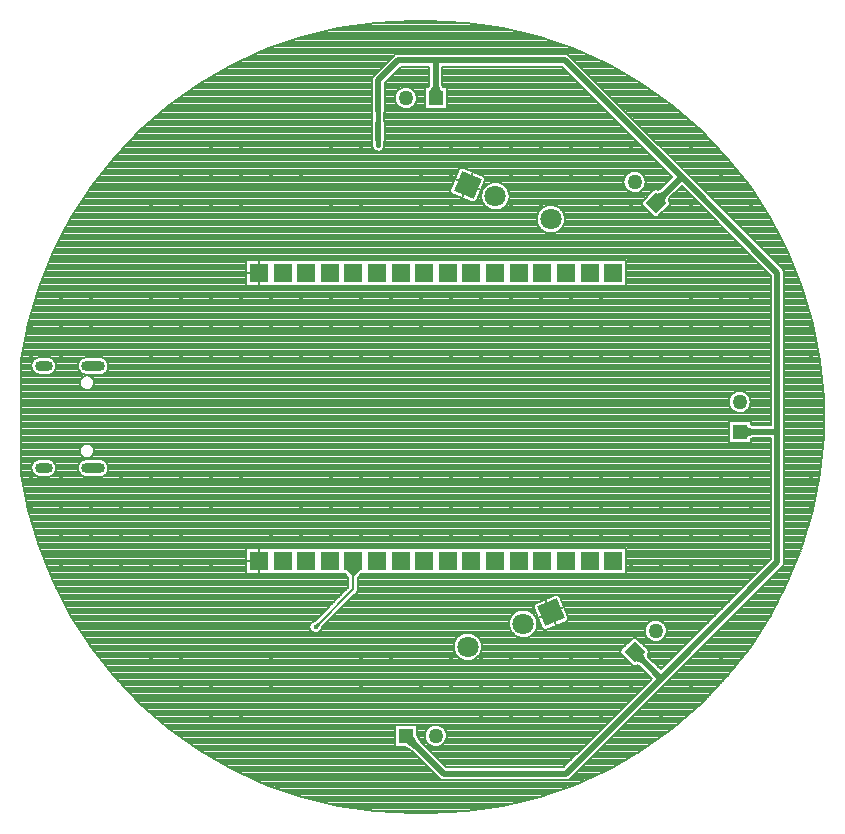
<source format=gbr>
G04 DipTrace 4.2.0.1*
G04 2 - Bottom.gbr*
%MOIN*%
G04 #@! TF.FileFunction,Copper,L2,Bot*
G04 #@! TF.Part,Single*
%AMOUTLINE6*
4,1,4,
0.035355,0.0,
0.0,-0.035355,
-0.035355,0.0,
0.0,0.035355,
0.035355,0.0,
0*%
%AMOUTLINE9*
4,1,4,
0.0,-0.035355,
-0.035355,0.0,
0.0,0.035355,
0.035355,0.0,
0.0,-0.035355,
0*%
%AMOUTLINE12*
4,1,4,
-0.019177,0.046295,
0.046295,0.019177,
0.019177,-0.046295,
-0.046295,-0.019177,
-0.019177,0.046295,
0*%
%AMOUTLINE15*
4,1,4,
0.046296,-0.019176,
-0.019176,-0.046296,
-0.046296,0.019176,
0.019176,0.046296,
0.046296,-0.019176,
0*%
G04 #@! TA.AperFunction,Conductor*
%ADD15C,0.019685*%
G04 #@! TA.AperFunction,CopperBalancing*
%ADD17C,0.007874*%
G04 #@! TA.AperFunction,ViaPad*
%ADD18C,0.017717*%
G04 #@! TA.AperFunction,ComponentPad*
%ADD21C,0.05*%
%ADD22R,0.05X0.05*%
%ADD26O,0.07874X0.035433*%
%ADD27O,0.059055X0.035433*%
%ADD32R,0.062992X0.062992*%
%ADD33C,0.070866*%
%ADD81OUTLINE6*%
%ADD84OUTLINE9*%
%ADD87OUTLINE12*%
%ADD90OUTLINE15*%
%FSLAX26Y26*%
G04*
G70*
G90*
G75*
G01*
G04 Bottom*
%LPD*%
G36*
X1733606Y638143D2*
X1705211Y655710D1*
X1703444Y657478D1*
X1728192Y682226D1*
X1729959Y680458D1*
X1747526Y652063D1*
X1733606Y638143D1*
G37*
X1613227Y2743702D2*
D18*
Y2762403D1*
D15*
Y2865749D1*
X1680156Y2932678D1*
X1804959D1*
X2235274D1*
X2624308Y2543644D1*
X2943936Y2224017D1*
Y1693702D1*
Y1259450D1*
X2555719Y871234D1*
X2239211Y554726D1*
X1830944D1*
X1704959Y680710D1*
G36*
X2488461Y924572D2*
X2472797Y930121D1*
X2471066Y931925D1*
X2495661Y956521D1*
X2497391Y954717D1*
X2502381Y938492D1*
X2488461Y924572D1*
G37*
X2467636Y960316D2*
D15*
Y959316D1*
X2555719Y871234D1*
G36*
X2857951Y1683860D2*
X2842951Y1676202D1*
X2840451D1*
Y1711202D1*
X2842951D1*
X2857951Y1703545D1*
Y1683860D1*
G37*
X2817951Y1693702D2*
D15*
X2943936D1*
G36*
X2572938Y2478354D2*
X2568037Y2462043D1*
X2566318Y2460227D1*
X2541719Y2484827D1*
X2543437Y2486643D1*
X2559018Y2492274D1*
X2572938Y2478354D1*
G37*
X2538345Y2456379D2*
D15*
Y2457681D1*
X2624308Y2543644D1*
G36*
X1814802Y2846694D2*
X1822459Y2831694D1*
Y2829194D1*
X1787459D1*
Y2831694D1*
X1795117Y2846694D1*
X1814802D1*
G37*
X1804959Y2806694D2*
D15*
Y2932678D1*
X1613227Y2649214D2*
D18*
Y2667915D1*
D15*
Y2725001D1*
D18*
Y2743702D1*
G36*
X1526022Y1212993D2*
X1508916Y1231891D1*
X1508955Y1235041D1*
X1551937D1*
X1551896Y1231891D1*
X1533896Y1212993D1*
X1526022D1*
G37*
G36*
X1417765Y1050940D2*
X1413818Y1043791D1*
X1411591Y1041563D1*
X1402820Y1050333D1*
X1405049Y1052560D1*
X1412197Y1056508D1*
X1417765Y1050940D1*
G37*
X1404959Y1043702D2*
D17*
X1529959Y1168702D1*
Y1262797D1*
X1530550Y1263387D1*
D18*
X1404959Y1043702D3*
X1613227Y2743702D3*
Y2727954D3*
Y2712206D3*
Y2696458D3*
Y2680710D3*
Y2664962D3*
Y2649214D3*
X454959Y1843702D3*
X554959D3*
Y1743702D3*
X454959D3*
Y1643702D3*
X554959D3*
X454959Y1943702D3*
X554959D3*
X454959Y2043702D3*
X554959D3*
X654959D3*
Y2143702D3*
X554959D3*
Y2243702D3*
X654959D3*
Y2343702D3*
X854959Y2443702D3*
X954959Y2543702D3*
X1054959Y2643702D3*
X1154959D3*
X1054959Y2543702D3*
X954959Y2443702D3*
X1054959D3*
X1154959Y2543702D3*
Y2443702D3*
Y2343702D3*
X1054959D3*
X954959D3*
X854959D3*
Y2243702D3*
X954959D3*
X1054959D3*
X1154959D3*
Y2143702D3*
X1054959D3*
X954959D3*
X854959D3*
Y2043702D3*
X954959D3*
Y1943702D3*
X854959D3*
X1054959D3*
Y1843702D3*
X954959D3*
X854959D3*
Y1743702D3*
X954959D3*
X1054959D3*
Y1643702D3*
X954959D3*
X854959D3*
Y1543702D3*
X954959D3*
X1054959D3*
Y1443702D3*
X954959D3*
X854959D3*
X754959D3*
Y1543702D3*
X654959Y1443702D3*
X1254959Y1143702D3*
X554959Y1543702D3*
Y1443702D3*
X454959D3*
Y1543702D3*
X554959Y1343702D3*
Y1243702D3*
X654959D3*
X754959D3*
Y1343702D3*
X654959D3*
Y1143702D3*
X754959D3*
X854959D3*
Y1243702D3*
Y1343702D3*
X954959D3*
Y1243702D3*
Y1143702D3*
Y1043702D3*
X854959D3*
X754959D3*
X854959Y943702D3*
X954959D3*
Y843702D3*
X1054959D3*
Y743702D3*
X1154959D3*
Y643702D3*
X1254959D3*
Y543702D3*
X1354959D3*
Y643702D3*
X1454959Y543702D3*
Y643702D3*
X1554959D3*
Y543702D3*
Y443702D3*
X1654959D3*
Y543702D3*
X1754959Y443702D3*
Y543702D3*
X1854959Y443702D3*
X1954959D3*
Y643702D3*
X2054959D3*
X2154959D3*
X2254959D3*
X2454959D3*
X2554959Y743702D3*
X2354959D3*
X2254959D3*
X2154959D3*
Y843702D3*
X2254959D3*
X2354959D3*
X2454959D3*
X2354959Y943702D3*
X2254959D3*
X2154959D3*
X2054959Y843702D3*
X1954959D3*
X1854959D3*
Y943702D3*
X1954959D3*
Y1043702D3*
X1854959D3*
X1754959D3*
X1654959Y943702D3*
X1554959Y843702D3*
Y943702D3*
Y1043702D3*
X1654959D3*
Y1143702D3*
X1754959D3*
X1854959D3*
X1954959D3*
X2254959D3*
X2354959D3*
X2254959Y1043702D3*
X2354959D3*
X2054959Y943702D3*
Y743702D3*
X1954959D3*
X2654959Y843702D3*
X2754959Y943702D3*
X2854959Y1043702D3*
X2454959Y1143702D3*
X2554959D3*
X2454959Y1043702D3*
X2654959Y1143702D3*
Y1043702D3*
X2754959Y1143702D3*
X2854959Y1243702D3*
X2754959D3*
X2654959D3*
X2554959D3*
X2454959D3*
X2854959Y1343702D3*
X2754959D3*
X2654959D3*
X2554959D3*
X2454959D3*
X2354959D3*
X2254959D3*
X2154959D3*
X2054959D3*
X1954959D3*
X1854959D3*
X1754959D3*
X1654959D3*
X1554959D3*
X1454959D3*
X1354959D3*
X1254959D3*
X1354959Y1443702D3*
X1454959D3*
Y1543702D3*
X1554959Y1443702D3*
Y1543702D3*
Y1643702D3*
X1654959D3*
Y1543702D3*
Y1443702D3*
X1754959D3*
Y1543702D3*
Y1643702D3*
X1854959D3*
Y1543702D3*
Y1443702D3*
X1954959D3*
Y1543702D3*
Y1643702D3*
X2054959D3*
Y1543702D3*
Y1443702D3*
X2154959D3*
Y1543702D3*
Y1643702D3*
X2254959D3*
Y1543702D3*
Y1443702D3*
X2354959D3*
Y1543702D3*
Y1643702D3*
X2454959D3*
Y1543702D3*
Y1443702D3*
X2554959D3*
Y1543702D3*
Y1643702D3*
X2654959D3*
Y1543702D3*
Y1443702D3*
X2754959D3*
Y1543702D3*
X2854959D3*
Y1443702D3*
X2754959Y1643702D3*
X2854959D3*
Y1843702D3*
X2654959D3*
X2754959D3*
X2654959Y1743702D3*
X2754959D3*
X2554959D3*
Y1843702D3*
X2454959D3*
Y1743702D3*
X2354959D3*
Y1843702D3*
X2254959D3*
Y1743702D3*
X2154959D3*
Y1843702D3*
X2054959D3*
Y1743702D3*
X1954959D3*
Y1843702D3*
X1854959D3*
Y1743702D3*
X1754959D3*
X1654959D3*
X1754959Y1843702D3*
X1854959Y1943702D3*
X1954959D3*
Y2043702D3*
X2054959D3*
Y1943702D3*
X2154959D3*
Y2043702D3*
X2254959D3*
Y1943702D3*
X2354959D3*
Y2043702D3*
X2454959D3*
Y1943702D3*
X2554959D3*
Y2043702D3*
X2654959Y1943702D3*
Y2043702D3*
X2754959Y1943702D3*
X2854959D3*
Y2043702D3*
X2754959D3*
X2654959Y2143702D3*
X2854959D3*
X2754959D3*
X2854959Y2243702D3*
X2754959D3*
X2654959D3*
X2554959D3*
X2654959Y2343702D3*
X2554959D3*
X2754959D3*
X3054959Y2043702D3*
Y1943702D3*
Y1843702D3*
Y1743702D3*
Y1643702D3*
Y1543702D3*
Y1443702D3*
X2754959Y2543702D3*
X2854959Y2443702D3*
X2654959Y2643702D3*
X2554959Y2743702D3*
X2454959Y2643702D3*
X2354959D3*
Y2543702D3*
Y2443702D3*
X2454959D3*
X2654959D3*
X2454959Y2343702D3*
X2254959Y2543702D3*
X2154959D3*
Y2443702D3*
X2054959D3*
Y2543702D3*
Y2643702D3*
X2154959D3*
X2254959D3*
Y2743702D3*
X2354959D3*
X2254959Y2843702D3*
X2154959D3*
Y2743702D3*
X2054959D3*
Y2843702D3*
X1954959D3*
Y2743702D3*
Y2643702D3*
X1854959D3*
Y2543702D3*
Y2743702D3*
Y2843702D3*
X1754959Y2743702D3*
Y2643702D3*
Y2543702D3*
Y2443702D3*
X1854959D3*
Y2343702D3*
X1754959D3*
X1954959D3*
X2054959D3*
X2154959D3*
X1454959D3*
X1554959D3*
X1354959D3*
X1454959Y2443702D3*
X1554959D3*
Y2643702D3*
X1454959D3*
Y2743702D3*
X1554959D3*
Y2843702D3*
X1454959D3*
X1254959Y2543702D3*
X1354959D3*
X1254959Y2843702D3*
X1354959D3*
X1054959Y2043702D3*
X1154959D3*
X1254959D3*
X1154959Y1843702D3*
Y1943702D3*
X1254959D3*
Y1843702D3*
X1154959Y1743702D3*
X1254959D3*
Y1643702D3*
X1154959D3*
Y1543702D3*
X1754959Y843702D3*
X1354959Y1643702D3*
Y1743702D3*
Y1843702D3*
Y1943702D3*
Y2043702D3*
Y2143702D3*
X1454959D3*
X1254959D3*
X1454959Y2043702D3*
Y1943702D3*
Y1843702D3*
Y1743702D3*
X1554959Y1843702D3*
Y1943702D3*
Y2043702D3*
Y2143702D3*
X1654959D3*
Y2043702D3*
Y1943702D3*
X1754959Y2043702D3*
Y2143702D3*
X1854959D3*
X1954959D3*
X2054959D3*
X2154959D3*
X2254959D3*
X2354959D3*
X1554959Y3043702D3*
X1654959D3*
X1854959D3*
X1754959D3*
X1954959D3*
X1154959Y2743702D3*
X1254959Y943702D3*
Y1043702D3*
X1054959Y1143702D3*
Y1243702D3*
X1254959Y843702D3*
X1354959Y1143702D3*
X1154959D3*
X2254959Y2343702D3*
X2354959D3*
X1254959D3*
X1554959Y1143702D3*
X1593236Y3056038D2*
D17*
X1916694D1*
X1539386Y3048295D2*
X1970543D1*
X1485529Y3040552D2*
X2024402D1*
X1451741Y3032810D2*
X2058189D1*
X1419823Y3025067D2*
X2090100D1*
X1387911Y3017324D2*
X2122018D1*
X1356846Y3009581D2*
X2153076D1*
X1334478Y3001839D2*
X2175445D1*
X1312101Y2994096D2*
X2197822D1*
X1289732Y2986353D2*
X2220190D1*
X1267356Y2978610D2*
X2242559D1*
X1244987Y2970867D2*
X2264936D1*
X1226856Y2963125D2*
X2283059D1*
X1209908Y2955382D2*
X2300014D1*
X1192953Y2947639D2*
X1663480D1*
X2251946D2*
X2316970D1*
X1175997Y2939896D2*
X1655745D1*
X2259689D2*
X2333925D1*
X1159042Y2932154D2*
X1648001D1*
X2267433D2*
X2350881D1*
X1142087Y2924411D2*
X1640259D1*
X2275176D2*
X2367836D1*
X1125285Y2916668D2*
X1632514D1*
X2282920D2*
X2384638D1*
X1111875Y2908925D2*
X1624772D1*
X1688039D2*
X1782360D1*
X1827556D2*
X2227395D1*
X2290663D2*
X2398047D1*
X1098465Y2901182D2*
X1617029D1*
X1680295D2*
X1782360D1*
X1827556D2*
X2235139D1*
X2298406D2*
X2411458D1*
X1085054Y2893440D2*
X1609285D1*
X1672552D2*
X1782360D1*
X1827556D2*
X2242882D1*
X2306150D2*
X2424869D1*
X1071643Y2885697D2*
X1601542D1*
X1664810D2*
X1782360D1*
X1827556D2*
X2250625D1*
X2313892D2*
X2438280D1*
X1058234Y2877954D2*
X1594360D1*
X1657066D2*
X1782360D1*
X1827556D2*
X2258369D1*
X2321629D2*
X2451689D1*
X1044823Y2870211D2*
X1591092D1*
X1649323D2*
X1782360D1*
X1827556D2*
X2266112D1*
X2329371D2*
X2465100D1*
X1031412Y2862469D2*
X1590630D1*
X1641579D2*
X1782360D1*
X1827556D2*
X2273856D1*
X2337114D2*
X2478510D1*
X1018001Y2854726D2*
X1590630D1*
X1635828D2*
X1782360D1*
X1827556D2*
X2281591D1*
X2344858D2*
X2491921D1*
X1006951Y2846983D2*
X1590630D1*
X1635828D2*
X1781037D1*
X1828879D2*
X2289333D1*
X2352601D2*
X2502970D1*
X996079Y2839240D2*
X1590630D1*
X1635828D2*
X1686642D1*
X1723280D2*
X1767203D1*
X1842713D2*
X2297077D1*
X2360345D2*
X2513844D1*
X985206Y2831497D2*
X1590630D1*
X1635828D2*
X1676760D1*
X1733161D2*
X1767203D1*
X1842713D2*
X2304820D1*
X2368088D2*
X2524717D1*
X974333Y2823755D2*
X1590630D1*
X1635828D2*
X1671378D1*
X1738543D2*
X1767203D1*
X1842713D2*
X2312564D1*
X2375831D2*
X2535589D1*
X963461Y2816012D2*
X1590630D1*
X1635828D2*
X1668394D1*
X1741520D2*
X1767203D1*
X1842713D2*
X2320307D1*
X2383575D2*
X2546462D1*
X952588Y2808269D2*
X1590630D1*
X1635828D2*
X1667240D1*
X1742680D2*
X1767203D1*
X1842713D2*
X2328050D1*
X2391318D2*
X2557335D1*
X941715Y2800526D2*
X1590630D1*
X1635828D2*
X1667724D1*
X1742196D2*
X1767203D1*
X1842713D2*
X2335794D1*
X2399062D2*
X2568207D1*
X930841Y2792783D2*
X1590630D1*
X1635828D2*
X1669924D1*
X1739997D2*
X1767203D1*
X1842713D2*
X2343537D1*
X2406804D2*
X2579081D1*
X919969Y2785041D2*
X1590630D1*
X1635828D2*
X1674207D1*
X1735714D2*
X1767203D1*
X1842713D2*
X2351281D1*
X2414547D2*
X2589954D1*
X910104Y2777298D2*
X1590630D1*
X1635828D2*
X1681759D1*
X1728163D2*
X1767203D1*
X1842713D2*
X2359024D1*
X2422291D2*
X2599819D1*
X901168Y2769555D2*
X1590630D1*
X1635828D2*
X2366766D1*
X2430034D2*
X2608755D1*
X892226Y2761812D2*
X1590638D1*
X1635820D2*
X2374510D1*
X2437770D2*
X2617689D1*
X883290Y2754070D2*
X1591614D1*
X1634844D2*
X2382253D1*
X2445513D2*
X2626625D1*
X874354Y2746327D2*
X1591614D1*
X1634844D2*
X2389997D1*
X2453256D2*
X2635560D1*
X865420Y2738584D2*
X1591614D1*
X1634844D2*
X2397732D1*
X2461000D2*
X2644495D1*
X856484Y2730841D2*
X1591423D1*
X1635028D2*
X2405475D1*
X2468743D2*
X2653430D1*
X847550Y2723098D2*
X1590630D1*
X1635828D2*
X2413219D1*
X2476487D2*
X2662365D1*
X838614Y2715356D2*
X1590630D1*
X1635828D2*
X2420962D1*
X2484230D2*
X2671308D1*
X829678Y2707613D2*
X1590630D1*
X1635828D2*
X2428706D1*
X2491972D2*
X2680244D1*
X820744Y2699870D2*
X1590630D1*
X1635828D2*
X2436449D1*
X2499717D2*
X2689178D1*
X813201Y2692127D2*
X1590630D1*
X1635828D2*
X2444192D1*
X2507459D2*
X2696722D1*
X805819Y2684385D2*
X1590630D1*
X1635828D2*
X2451936D1*
X2515203D2*
X2704104D1*
X798437Y2676642D2*
X1590630D1*
X1635828D2*
X2459678D1*
X2522946D2*
X2711486D1*
X791047Y2668899D2*
X1590630D1*
X1635828D2*
X2467423D1*
X2530689D2*
X2718867D1*
X783665Y2661156D2*
X1591614D1*
X1634844D2*
X2475165D1*
X2538433D2*
X2726249D1*
X776283Y2653413D2*
X1591614D1*
X1634844D2*
X2482908D1*
X2546176D2*
X2733631D1*
X768902Y2645671D2*
X1591915D1*
X1634535D2*
X2490652D1*
X2553912D2*
X2741013D1*
X761520Y2637928D2*
X1594937D1*
X1631521D2*
X2498395D1*
X2561655D2*
X2748395D1*
X754138Y2630185D2*
X1603971D1*
X1622479D2*
X2506139D1*
X2569398D2*
X2755785D1*
X746756Y2622442D2*
X2513874D1*
X2577142D2*
X2763167D1*
X739374Y2614699D2*
X2521617D1*
X2584885D2*
X2770549D1*
X732192Y2606957D2*
X2529361D1*
X2592629D2*
X2777731D1*
X726102Y2599214D2*
X2537104D1*
X2600371D2*
X2783820D1*
X720012Y2591471D2*
X2544848D1*
X2608114D2*
X2789911D1*
X713921Y2583728D2*
X2552591D1*
X2615858D2*
X2796001D1*
X707832Y2575986D2*
X2560333D1*
X2623601D2*
X2802083D1*
X701741Y2568243D2*
X1880516D1*
X1914133D2*
X2568077D1*
X2631345D2*
X2808173D1*
X695652Y2560500D2*
X1877310D1*
X1932825D2*
X2451021D1*
X2484245D2*
X2575820D1*
X2639088D2*
X2814264D1*
X689562Y2552757D2*
X1874102D1*
X1951518D2*
X2440240D1*
X2495026D2*
X2583564D1*
X2646831D2*
X2820353D1*
X683479Y2545014D2*
X1870896D1*
X1967451D2*
X2434518D1*
X2500755D2*
X2591307D1*
X2654575D2*
X2826444D1*
X677390Y2537272D2*
X1867689D1*
X1970697D2*
X2431312D1*
X2503961D2*
X2586302D1*
X2662318D2*
X2832533D1*
X671299Y2529529D2*
X1864483D1*
X1968673D2*
X2429959D1*
X2505314D2*
X2578558D1*
X2670054D2*
X2838623D1*
X665209Y2521786D2*
X1861277D1*
X1965467D2*
X1982093D1*
X2025991D2*
X2430259D1*
X2505007D2*
X2570815D1*
X2677797D2*
X2844706D1*
X659119Y2514043D2*
X1858070D1*
X1962261D2*
X1970928D1*
X2037148D2*
X2432259D1*
X2503014D2*
X2563071D1*
X2685539D2*
X2850795D1*
X653475Y2506301D2*
X1854864D1*
X1959054D2*
X1964247D1*
X2043839D2*
X2436280D1*
X2498993D2*
X2555328D1*
X2618596D2*
X2630016D1*
X2693283D2*
X2856440D1*
X648500Y2498558D2*
X1852602D1*
X1955840D2*
X1959909D1*
X2048176D2*
X2443339D1*
X2491927D2*
X2527454D1*
X2610852D2*
X2637759D1*
X2701026D2*
X2861415D1*
X643525Y2490815D2*
X1855364D1*
X1952634D2*
X1957256D1*
X2050828D2*
X2459717D1*
X2475556D2*
X2519710D1*
X2603109D2*
X2645503D1*
X2708770D2*
X2866390D1*
X638550Y2483072D2*
X1870450D1*
X1949427D2*
X1955996D1*
X2052081D2*
X2511967D1*
X2595366D2*
X2653245D1*
X2716513D2*
X2871373D1*
X633575Y2475329D2*
X1889143D1*
X1946220D2*
X1956026D1*
X2052059D2*
X2504231D1*
X2587630D2*
X2660990D1*
X2724256D2*
X2876348D1*
X628600Y2467587D2*
X1907836D1*
X1943014D2*
X1957341D1*
X2050744D2*
X2496488D1*
X2582986D2*
X2668732D1*
X2732000D2*
X2881323D1*
X623625Y2459844D2*
X1926722D1*
X1934940D2*
X1960063D1*
X2048021D2*
X2490744D1*
X2585946D2*
X2676475D1*
X2739743D2*
X2886298D1*
X618642Y2452101D2*
X1964484D1*
X2043600D2*
X2491029D1*
X2585669D2*
X2684219D1*
X2747487D2*
X2891273D1*
X613667Y2444358D2*
X1971298D1*
X2036780D2*
X2165164D1*
X2212469D2*
X2497295D1*
X2579395D2*
X2691962D1*
X2755230D2*
X2896248D1*
X608692Y2436615D2*
X1982786D1*
X2025291D2*
X2154776D1*
X2222857D2*
X2505039D1*
X2571651D2*
X2699706D1*
X2762972D2*
X2901223D1*
X603717Y2428873D2*
X2148417D1*
X2229217D2*
X2512782D1*
X2563908D2*
X2707449D1*
X2770717D2*
X2906198D1*
X598741Y2421130D2*
X2144303D1*
X2233337D2*
X2520525D1*
X2556164D2*
X2715192D1*
X2778459D2*
X2911181D1*
X593766Y2413387D2*
X2141819D1*
X2235822D2*
X2528269D1*
X2548421D2*
X2722936D1*
X2786196D2*
X2916156D1*
X588791Y2405644D2*
X2140711D1*
X2236921D2*
X2730678D1*
X2793938D2*
X2921131D1*
X584554Y2397902D2*
X2140888D1*
X2236752D2*
X2738423D1*
X2801681D2*
X2925369D1*
X580563Y2390159D2*
X2142357D1*
X2235283D2*
X2746157D1*
X2809425D2*
X2929360D1*
X576572Y2382416D2*
X2145256D1*
X2232385D2*
X2753900D1*
X2817168D2*
X2933350D1*
X572581Y2374673D2*
X2149900D1*
X2227732D2*
X2761644D1*
X2824912D2*
X2937341D1*
X568583Y2366930D2*
X2157083D1*
X2220550D2*
X2769387D1*
X2832655D2*
X2941332D1*
X564592Y2359188D2*
X2169547D1*
X2208085D2*
X2777131D1*
X2840398D2*
X2945323D1*
X560601Y2351445D2*
X2784874D1*
X2848142D2*
X2949314D1*
X556610Y2343702D2*
X2792617D1*
X2855885D2*
X2953304D1*
X552619Y2335959D2*
X2800361D1*
X2863629D2*
X2957295D1*
X548629Y2328217D2*
X2808104D1*
X2871371D2*
X2961294D1*
X544638Y2320474D2*
X2815848D1*
X2879114D2*
X2965285D1*
X540647Y2312731D2*
X2823591D1*
X2886858D2*
X2969276D1*
X536656Y2304988D2*
X2831333D1*
X2894601D2*
X2973266D1*
X532657Y2297245D2*
X2839077D1*
X2902337D2*
X2977257D1*
X528967Y2289503D2*
X2846820D1*
X2910080D2*
X2980955D1*
X525869Y2281760D2*
X2854564D1*
X2917823D2*
X2984054D1*
X522769Y2274017D2*
X2862299D1*
X2925567D2*
X2987154D1*
X519663Y2266274D2*
X1171339D1*
X2440946D2*
X2870042D1*
X2933310D2*
X2990252D1*
X516564Y2258531D2*
X1171339D1*
X2440946D2*
X2877786D1*
X2941054D2*
X2993350D1*
X513465Y2250789D2*
X1171339D1*
X2440946D2*
X2885529D1*
X2948797D2*
X2996450D1*
X510366Y2243046D2*
X1171339D1*
X2440946D2*
X2893273D1*
X2956539D2*
X2999549D1*
X507268Y2235303D2*
X1171339D1*
X2440946D2*
X2901016D1*
X2963383D2*
X3002655D1*
X504168Y2227560D2*
X1171339D1*
X2440946D2*
X2908759D1*
X2966244D2*
X3005755D1*
X501070Y2219818D2*
X1171339D1*
X2440946D2*
X2916503D1*
X2966537D2*
X3008853D1*
X497971Y2212075D2*
X1171339D1*
X2440946D2*
X2921339D1*
X2966537D2*
X3011951D1*
X494865Y2204332D2*
X1171339D1*
X2440946D2*
X2921339D1*
X2966537D2*
X3015051D1*
X491765Y2196589D2*
X1171339D1*
X2440946D2*
X2921339D1*
X2966537D2*
X3018150D1*
X488667Y2188846D2*
X1171339D1*
X2440946D2*
X2921339D1*
X2966537D2*
X3021248D1*
X485568Y2181104D2*
X1171339D1*
X2440946D2*
X2921339D1*
X2966537D2*
X3024348D1*
X482692Y2173361D2*
X2921339D1*
X2966537D2*
X3027231D1*
X480416Y2165618D2*
X2921339D1*
X2966537D2*
X3029499D1*
X478147Y2157875D2*
X2921339D1*
X2966537D2*
X3031776D1*
X475871Y2150133D2*
X2921339D1*
X2966537D2*
X3034051D1*
X473594Y2142390D2*
X2921339D1*
X2966537D2*
X3036320D1*
X471327Y2134647D2*
X2921339D1*
X2966537D2*
X3038596D1*
X469051Y2126904D2*
X2921339D1*
X2966537D2*
X3040871D1*
X466774Y2119161D2*
X2921339D1*
X2966537D2*
X3043140D1*
X464507Y2111419D2*
X2921339D1*
X2966537D2*
X3045416D1*
X462230Y2103676D2*
X2921339D1*
X2966537D2*
X3047685D1*
X459954Y2095933D2*
X2921339D1*
X2966537D2*
X3049961D1*
X457685Y2088190D2*
X2921339D1*
X2966537D2*
X3052236D1*
X455409Y2080448D2*
X2921339D1*
X2966537D2*
X3054505D1*
X453134Y2072705D2*
X2921339D1*
X2966537D2*
X3056781D1*
X450865Y2064962D2*
X2921339D1*
X2966537D2*
X3059058D1*
X448589Y2057219D2*
X2921339D1*
X2966537D2*
X3061325D1*
X446866Y2049476D2*
X2921339D1*
X2966537D2*
X3063056D1*
X445375Y2041734D2*
X2921339D1*
X2966537D2*
X3064547D1*
X443883Y2033991D2*
X2921339D1*
X2966537D2*
X3066039D1*
X442391Y2026248D2*
X2921339D1*
X2966537D2*
X3067531D1*
X440892Y2018505D2*
X2921339D1*
X2966537D2*
X3069024D1*
X439400Y2010762D2*
X2921339D1*
X2966537D2*
X3070514D1*
X437908Y2003020D2*
X2921339D1*
X2966537D2*
X3072007D1*
X436416Y1995277D2*
X2921339D1*
X2966537D2*
X3073499D1*
X434925Y1987534D2*
X2921339D1*
X2966537D2*
X3074990D1*
X433433Y1979791D2*
X2921339D1*
X2966537D2*
X3076482D1*
X431941Y1972049D2*
X2921339D1*
X2966537D2*
X3077974D1*
X430450Y1964306D2*
X2921339D1*
X2966537D2*
X3079466D1*
X428958Y1956563D2*
X2921339D1*
X2966537D2*
X3080965D1*
X427466Y1948820D2*
X2921339D1*
X2966537D2*
X3082457D1*
X425974Y1941077D2*
X474251D1*
X522777D2*
X628970D1*
X697189D2*
X2921339D1*
X2966537D2*
X3083949D1*
X424483Y1933335D2*
X463577D1*
X533450D2*
X618304D1*
X707854D2*
X2921339D1*
X2966537D2*
X3085440D1*
X424413Y1925592D2*
X458678D1*
X538348D2*
X613407D1*
X712753D2*
X2921339D1*
X2966537D2*
X3086348D1*
X424413Y1917849D2*
X456510D1*
X540517D2*
X611231D1*
X714929D2*
X2921339D1*
X2966537D2*
X3087085D1*
X424413Y1910106D2*
X456457D1*
X540571D2*
X611184D1*
X714975D2*
X2921339D1*
X2966537D2*
X3087832D1*
X424413Y1902364D2*
X458510D1*
X538509D2*
X613238D1*
X712923D2*
X2921339D1*
X2966537D2*
X3088570D1*
X424413Y1894621D2*
X463239D1*
X533789D2*
X617966D1*
X708193D2*
X2921339D1*
X2966537D2*
X3089308D1*
X424413Y1886878D2*
X473366D1*
X523661D2*
X628093D1*
X698066D2*
X2921339D1*
X2966537D2*
X3090046D1*
X424413Y1879135D2*
X629408D1*
X655021D2*
X2921339D1*
X2966537D2*
X3090785D1*
X424413Y1871392D2*
X620942D1*
X663487D2*
X2921339D1*
X2966537D2*
X3091522D1*
X424413Y1863650D2*
X617444D1*
X666986D2*
X2921339D1*
X2966537D2*
X3092268D1*
X424413Y1855907D2*
X616713D1*
X667715D2*
X2921339D1*
X2966537D2*
X3093007D1*
X424413Y1848164D2*
X618482D1*
X665948D2*
X2921339D1*
X2966537D2*
X3093744D1*
X424413Y1840421D2*
X623480D1*
X660949D2*
X2921339D1*
X2966537D2*
X3094483D1*
X424413Y1832678D2*
X2921339D1*
X2966537D2*
X3095220D1*
X424413Y1824936D2*
X2797385D1*
X2838514D2*
X2921339D1*
X2966537D2*
X3095959D1*
X424413Y1817193D2*
X2788619D1*
X2847287D2*
X2921339D1*
X2966537D2*
X3096705D1*
X424413Y1809450D2*
X2783720D1*
X2852186D2*
X2921339D1*
X2966537D2*
X3097444D1*
X424413Y1801707D2*
X2781075D1*
X2854831D2*
X2921339D1*
X2966537D2*
X3097720D1*
X424413Y1793965D2*
X2780199D1*
X2855707D2*
X2921339D1*
X2966537D2*
X3097720D1*
X424413Y1786222D2*
X2780961D1*
X2854938D2*
X2921339D1*
X2966537D2*
X3097720D1*
X424413Y1778479D2*
X2783475D1*
X2852424D2*
X2921339D1*
X2966537D2*
X3097720D1*
X424413Y1770736D2*
X2788196D1*
X2847711D2*
X2921339D1*
X2966537D2*
X3097720D1*
X424413Y1762993D2*
X2796585D1*
X2839322D2*
X2921339D1*
X2966537D2*
X3097720D1*
X424413Y1755251D2*
X2921339D1*
X2966537D2*
X3097720D1*
X424413Y1747508D2*
X2921339D1*
X2966537D2*
X3097720D1*
X424413Y1739765D2*
X2921339D1*
X2966537D2*
X3097720D1*
X424413Y1732022D2*
X2921339D1*
X2966537D2*
X3097720D1*
X424413Y1724280D2*
X2780199D1*
X2855707D2*
X2921339D1*
X2966537D2*
X3097720D1*
X424413Y1716537D2*
X2780199D1*
X2859614D2*
X2921339D1*
X2966537D2*
X3097720D1*
X424413Y1708794D2*
X2780199D1*
X2966537D2*
X3097720D1*
X424413Y1701051D2*
X2780199D1*
X2966537D2*
X3097720D1*
X424413Y1693308D2*
X2780199D1*
X2966537D2*
X3097720D1*
X424413Y1685566D2*
X2780199D1*
X2966537D2*
X3097720D1*
X424413Y1677823D2*
X2780199D1*
X2966537D2*
X3097428D1*
X424413Y1670080D2*
X2780199D1*
X2858068D2*
X2921339D1*
X2966537D2*
X3096690D1*
X424413Y1662337D2*
X2780199D1*
X2855707D2*
X2921339D1*
X2966537D2*
X3095951D1*
X424413Y1654594D2*
X639297D1*
X645131D2*
X2921339D1*
X2966537D2*
X3095214D1*
X424413Y1646852D2*
X623357D1*
X661072D2*
X2921339D1*
X2966537D2*
X3094467D1*
X424413Y1639109D2*
X618428D1*
X666001D2*
X2921339D1*
X2966537D2*
X3093730D1*
X424413Y1631366D2*
X616705D1*
X667723D2*
X2921339D1*
X2966537D2*
X3092991D1*
X424413Y1623623D2*
X617474D1*
X666946D2*
X2921339D1*
X2966537D2*
X3092253D1*
X424413Y1615881D2*
X621026D1*
X663402D2*
X2921339D1*
X2966537D2*
X3091514D1*
X424413Y1608138D2*
X629655D1*
X654774D2*
X2921339D1*
X2966537D2*
X3090777D1*
X424413Y1600395D2*
X473089D1*
X523938D2*
X627816D1*
X698343D2*
X2921339D1*
X2966537D2*
X3090038D1*
X424413Y1592652D2*
X463131D1*
X533896D2*
X617858D1*
X708308D2*
X2921339D1*
X2966537D2*
X3089293D1*
X424413Y1584909D2*
X458457D1*
X538571D2*
X613184D1*
X712976D2*
X2921339D1*
X2966537D2*
X3088554D1*
X424413Y1577167D2*
X456441D1*
X540585D2*
X611169D1*
X714991D2*
X2921339D1*
X2966537D2*
X3087816D1*
X424413Y1569424D2*
X456526D1*
X540501D2*
X611253D1*
X714906D2*
X2921339D1*
X2966537D2*
X3087077D1*
X424413Y1561681D2*
X458740D1*
X538286D2*
X613461D1*
X712699D2*
X2921339D1*
X2966537D2*
X3086340D1*
X424505Y1553938D2*
X463693D1*
X533335D2*
X618420D1*
X707739D2*
X2921339D1*
X2966537D2*
X3085409D1*
X425997Y1546196D2*
X474558D1*
X522470D2*
X629285D1*
X696874D2*
X2921339D1*
X2966537D2*
X3083917D1*
X427490Y1538453D2*
X2921339D1*
X2966537D2*
X3082425D1*
X428980Y1530710D2*
X2921339D1*
X2966537D2*
X3080934D1*
X430472Y1522967D2*
X2921339D1*
X2966537D2*
X3079442D1*
X431965Y1515224D2*
X2921339D1*
X2966537D2*
X3077950D1*
X433457Y1507482D2*
X2921339D1*
X2966537D2*
X3076459D1*
X434948Y1499739D2*
X2921339D1*
X2966537D2*
X3074967D1*
X436440Y1491996D2*
X2921339D1*
X2966537D2*
X3073475D1*
X437940Y1484253D2*
X2921339D1*
X2966537D2*
X3071983D1*
X439430Y1476510D2*
X2921339D1*
X2966537D2*
X3070492D1*
X440923Y1468768D2*
X2921339D1*
X2966537D2*
X3069000D1*
X442415Y1461025D2*
X2921339D1*
X2966537D2*
X3067508D1*
X443906Y1453282D2*
X2921339D1*
X2966537D2*
X3066016D1*
X445398Y1445539D2*
X2921339D1*
X2966537D2*
X3064525D1*
X446890Y1437797D2*
X2921339D1*
X2966537D2*
X3063033D1*
X448627Y1430054D2*
X2921339D1*
X2966537D2*
X3061295D1*
X450903Y1422311D2*
X2921339D1*
X2966537D2*
X3059018D1*
X453172Y1414568D2*
X2921339D1*
X2966537D2*
X3056743D1*
X455448Y1406825D2*
X2921339D1*
X2966537D2*
X3054475D1*
X457724Y1399083D2*
X2921339D1*
X2966537D2*
X3052198D1*
X459992Y1391340D2*
X2921339D1*
X2966537D2*
X3049923D1*
X462269Y1383597D2*
X2921339D1*
X2966537D2*
X3047654D1*
X464545Y1375854D2*
X2921339D1*
X2966537D2*
X3045378D1*
X466814Y1368112D2*
X2921339D1*
X2966537D2*
X3043102D1*
X469089Y1360369D2*
X2921339D1*
X2966537D2*
X3040833D1*
X471365Y1352626D2*
X2921339D1*
X2966537D2*
X3038558D1*
X473634Y1344883D2*
X2921339D1*
X2966537D2*
X3036281D1*
X475909Y1337140D2*
X2921339D1*
X2966537D2*
X3034013D1*
X478186Y1329398D2*
X2921339D1*
X2966537D2*
X3031736D1*
X480454Y1321655D2*
X2921339D1*
X2966537D2*
X3029461D1*
X482730Y1313912D2*
X2921339D1*
X2966537D2*
X3027193D1*
X485622Y1306169D2*
X1171339D1*
X2440946D2*
X2921339D1*
X2966537D2*
X3024301D1*
X488720Y1298427D2*
X1171339D1*
X2440946D2*
X2921339D1*
X2966537D2*
X3021202D1*
X491819Y1290684D2*
X1171339D1*
X2440946D2*
X2921339D1*
X2966537D2*
X3018104D1*
X494919Y1282941D2*
X1171339D1*
X2440946D2*
X2921339D1*
X2966537D2*
X3014997D1*
X498017Y1275198D2*
X1171339D1*
X2440946D2*
X2921339D1*
X2966537D2*
X3011898D1*
X501115Y1267455D2*
X1171339D1*
X2440946D2*
X2920308D1*
X2966537D2*
X3008799D1*
X504222Y1259713D2*
X1171339D1*
X2440946D2*
X2912566D1*
X2966537D2*
X3005701D1*
X507322Y1251970D2*
X1171339D1*
X2440946D2*
X2904822D1*
X2965214D2*
X3002601D1*
X510420Y1244227D2*
X1171339D1*
X2440946D2*
X2897079D1*
X2960346D2*
X2999503D1*
X513518Y1236484D2*
X1171339D1*
X2440946D2*
X2889336D1*
X2952602D2*
X2996404D1*
X516618Y1228741D2*
X1171339D1*
X2440946D2*
X2881592D1*
X2944860D2*
X2993304D1*
X519717Y1220999D2*
X1171339D1*
X2440946D2*
X2873849D1*
X2937117D2*
X2990198D1*
X522815Y1213256D2*
X1508853D1*
X1551466D2*
X2866105D1*
X2929373D2*
X2987100D1*
X525915Y1205513D2*
X1513266D1*
X1546652D2*
X2858362D1*
X2921630D2*
X2984000D1*
X529013Y1197770D2*
X1513266D1*
X1546652D2*
X2850627D1*
X2913886D2*
X2980902D1*
X532727Y1190028D2*
X1513266D1*
X1546652D2*
X2842883D1*
X2906143D2*
X2977188D1*
X536718Y1182285D2*
X1513266D1*
X1546652D2*
X2835140D1*
X2898400D2*
X2973197D1*
X540709Y1174542D2*
X1512521D1*
X1546652D2*
X2827396D1*
X2890664D2*
X2969206D1*
X544699Y1166799D2*
X1504777D1*
X1546538D2*
X2819654D1*
X2882921D2*
X2965215D1*
X548698Y1159056D2*
X1497034D1*
X1543392D2*
X2811911D1*
X2875177D2*
X2961224D1*
X552689Y1151314D2*
X1489291D1*
X1535849D2*
X2804167D1*
X2867434D2*
X2957234D1*
X556680Y1143571D2*
X1481547D1*
X1528106D2*
X2187587D1*
X2219727D2*
X2796424D1*
X2859692D2*
X2953243D1*
X560671Y1135828D2*
X1473804D1*
X1520370D2*
X2168894D1*
X2222934D2*
X2788680D1*
X2851948D2*
X2949252D1*
X564661Y1128085D2*
X1466060D1*
X1512627D2*
X2150209D1*
X2226140D2*
X2780937D1*
X2844205D2*
X2945261D1*
X568652Y1120343D2*
X1458318D1*
X1504883D2*
X2133530D1*
X2229346D2*
X2773194D1*
X2836461D2*
X2941262D1*
X572643Y1112600D2*
X1450575D1*
X1497140D2*
X2129801D1*
X2232554D2*
X2765450D1*
X2828718D2*
X2937272D1*
X576634Y1104857D2*
X1442831D1*
X1489398D2*
X2131577D1*
X2235768D2*
X2757707D1*
X2820975D2*
X2933281D1*
X580633Y1097114D2*
X1435088D1*
X1481654D2*
X2075559D1*
X2117289D2*
X2134783D1*
X2238974D2*
X2749963D1*
X2813231D2*
X2929290D1*
X584623Y1089371D2*
X1427345D1*
X1473911D2*
X2063886D1*
X2128961D2*
X2137990D1*
X2242181D2*
X2742220D1*
X2805488D2*
X2925299D1*
X588875Y1081629D2*
X1419601D1*
X1466167D2*
X2056996D1*
X2135850D2*
X2141197D1*
X2245387D2*
X2734486D1*
X2797744D2*
X2921047D1*
X593850Y1073886D2*
X1411866D1*
X1458424D2*
X2052529D1*
X2140318D2*
X2144403D1*
X2247848D2*
X2726741D1*
X2790001D2*
X2916072D1*
X598825Y1066143D2*
X1404100D1*
X1450681D2*
X2049769D1*
X2143079D2*
X2147609D1*
X2245510D2*
X2526008D1*
X2550690D2*
X2718999D1*
X2782259D2*
X2911097D1*
X603801Y1058400D2*
X1389420D1*
X1442937D2*
X2048423D1*
X2144424D2*
X2150816D1*
X2231277D2*
X2512713D1*
X2563978D2*
X2711255D1*
X2774522D2*
X2906122D1*
X608776Y1050657D2*
X1384537D1*
X1435194D2*
X2048369D1*
X2144478D2*
X2154022D1*
X2212584D2*
X2506231D1*
X2570459D2*
X2703512D1*
X2766780D2*
X2901147D1*
X613751Y1042915D2*
X1383361D1*
X1427797D2*
X2049592D1*
X2143256D2*
X2157228D1*
X2193891D2*
X2502555D1*
X2574135D2*
X2695769D1*
X2759035D2*
X2896164D1*
X618726Y1035172D2*
X1385176D1*
X1424744D2*
X2052214D1*
X2140634D2*
X2164072D1*
X2175198D2*
X2500825D1*
X2575873D2*
X2688025D1*
X2751293D2*
X2891189D1*
X623701Y1027429D2*
X1391173D1*
X1418747D2*
X2056497D1*
X2136350D2*
X2500764D1*
X2575927D2*
X2680282D1*
X2743550D2*
X2886214D1*
X628684Y1019686D2*
X1888982D1*
X1934318D2*
X2063118D1*
X2129730D2*
X2502370D1*
X2574319D2*
X2672538D1*
X2735806D2*
X2881239D1*
X633659Y1011944D2*
X1878155D1*
X1945144D2*
X2074106D1*
X2118741D2*
X2505900D1*
X2570798D2*
X2664795D1*
X2728063D2*
X2876264D1*
X638634Y1004201D2*
X1871604D1*
X1951696D2*
X2458457D1*
X2476818D2*
X2512121D1*
X2564570D2*
X2657052D1*
X2720319D2*
X2871289D1*
X643609Y996458D2*
X1867360D1*
X1955940D2*
X2450713D1*
X2484560D2*
X2524455D1*
X2552235D2*
X2649308D1*
X2712576D2*
X2866314D1*
X648584Y988715D2*
X1864776D1*
X1958524D2*
X2442970D1*
X2492303D2*
X2641566D1*
X2704833D2*
X2861339D1*
X653559Y980972D2*
X1863576D1*
X1959723D2*
X2435226D1*
X2500047D2*
X2633822D1*
X2697089D2*
X2856364D1*
X659219Y973230D2*
X1863668D1*
X1959631D2*
X2427483D1*
X2507790D2*
X2626079D1*
X2689346D2*
X2850696D1*
X665308Y965487D2*
X1865045D1*
X1958255D2*
X2420701D1*
X2514572D2*
X2618344D1*
X2681602D2*
X2844606D1*
X671399Y957744D2*
X1867836D1*
X1955463D2*
X2419801D1*
X2515465D2*
X2610600D1*
X2673860D2*
X2838516D1*
X677490Y950001D2*
X1872349D1*
X1950950D2*
X2424885D1*
X2512150D2*
X2602857D1*
X2666117D2*
X2832433D1*
X683579Y942259D2*
X1879308D1*
X1943983D2*
X2432627D1*
X2516325D2*
X2595113D1*
X2658381D2*
X2826344D1*
X689669Y934516D2*
X1891173D1*
X1932118D2*
X2440370D1*
X2524068D2*
X2587370D1*
X2650638D2*
X2820253D1*
X695760Y926773D2*
X2448106D1*
X2531812D2*
X2579627D1*
X2642894D2*
X2814163D1*
X701841Y919030D2*
X2455849D1*
X2539555D2*
X2571883D1*
X2635151D2*
X2808073D1*
X707932Y911287D2*
X2484031D1*
X2547299D2*
X2564140D1*
X2627408D2*
X2801983D1*
X714022Y903545D2*
X2491774D1*
X2619664D2*
X2795894D1*
X720112Y895802D2*
X2499518D1*
X2611921D2*
X2789803D1*
X726202Y888059D2*
X2507261D1*
X2604177D2*
X2783720D1*
X732291Y880316D2*
X2515004D1*
X2596434D2*
X2777630D1*
X739497Y872573D2*
X2522748D1*
X2588692D2*
X2770425D1*
X746879Y864831D2*
X2517680D1*
X2580948D2*
X2763043D1*
X754261Y857088D2*
X2509937D1*
X2573205D2*
X2755654D1*
X761643Y849345D2*
X2502202D1*
X2565461D2*
X2748272D1*
X769025Y841602D2*
X2494458D1*
X2557718D2*
X2740890D1*
X776407Y833860D2*
X2486715D1*
X2549975D2*
X2733508D1*
X783797Y826117D2*
X2478971D1*
X2542239D2*
X2726126D1*
X791178Y818374D2*
X2471228D1*
X2534496D2*
X2718744D1*
X798560Y810631D2*
X2463486D1*
X2526752D2*
X2711362D1*
X805942Y802888D2*
X2455741D1*
X2519009D2*
X2703980D1*
X813324Y795146D2*
X2447999D1*
X2511266D2*
X2696598D1*
X820898Y787403D2*
X2440255D1*
X2503522D2*
X2689025D1*
X829833Y779660D2*
X2432512D1*
X2495780D2*
X2680089D1*
X838768Y771917D2*
X2424769D1*
X2488035D2*
X2671155D1*
X847703Y764175D2*
X2417025D1*
X2480293D2*
X2662219D1*
X856638Y756432D2*
X2409282D1*
X2472550D2*
X2653285D1*
X865573Y748689D2*
X2401538D1*
X2464806D2*
X2644349D1*
X874509Y740946D2*
X2393795D1*
X2457063D2*
X2635413D1*
X883444Y733203D2*
X2386060D1*
X2449319D2*
X2626479D1*
X892379Y725461D2*
X2378316D1*
X2441576D2*
X2617543D1*
X901314Y717718D2*
X2370573D1*
X2433833D2*
X2608609D1*
X910249Y709975D2*
X1667202D1*
X1742719D2*
X1781583D1*
X1828333D2*
X2362829D1*
X2426097D2*
X2599673D1*
X920146Y702232D2*
X1667202D1*
X1742719D2*
X1774117D1*
X1835807D2*
X2355087D1*
X2418354D2*
X2589777D1*
X931018Y694490D2*
X1667202D1*
X1742719D2*
X1769865D1*
X1840052D2*
X2347344D1*
X2410610D2*
X2578896D1*
X941891Y686747D2*
X1667202D1*
X1742719D2*
X1767703D1*
X1842220D2*
X2339600D1*
X2402867D2*
X2568024D1*
X952764Y679004D2*
X1667202D1*
X1745718D2*
X1767241D1*
X1842675D2*
X2331857D1*
X2395125D2*
X2557151D1*
X963638Y671261D2*
X1667202D1*
X1750508D2*
X1768434D1*
X1841490D2*
X2324113D1*
X2387381D2*
X2546277D1*
X974510Y663518D2*
X1667202D1*
X1755299D2*
X1771441D1*
X1838476D2*
X2316370D1*
X2379638D2*
X2535404D1*
X985391Y655776D2*
X1667202D1*
X1761528D2*
X1776877D1*
X1833039D2*
X2308627D1*
X2371894D2*
X2524531D1*
X996264Y648033D2*
X1667202D1*
X1769270D2*
X1786881D1*
X1823035D2*
X2300883D1*
X2364151D2*
X2513659D1*
X1007136Y640290D2*
X1706602D1*
X1777014D2*
X2293140D1*
X2356408D2*
X2502786D1*
X1018224Y632547D2*
X1719114D1*
X1784757D2*
X2285396D1*
X2348664D2*
X2491698D1*
X1031635Y624804D2*
X1729234D1*
X1792500D2*
X2277654D1*
X2340921D2*
X2478287D1*
X1045046Y617062D2*
X1736976D1*
X1800244D2*
X2269919D1*
X2333177D2*
X2464877D1*
X1058457Y609319D2*
X1744719D1*
X1807987D2*
X2262175D1*
X2325434D2*
X2451466D1*
X1071866Y601576D2*
X1752463D1*
X1815723D2*
X2254432D1*
X2317692D2*
X2438049D1*
X1085277Y593833D2*
X1760206D1*
X1823466D2*
X2246688D1*
X2309955D2*
X2424638D1*
X1098688Y586091D2*
X1767950D1*
X1831209D2*
X2238945D1*
X2302213D2*
X2411227D1*
X1112098Y578348D2*
X1775685D1*
X1838953D2*
X2231202D1*
X2294469D2*
X2397818D1*
X1125508Y570605D2*
X1783428D1*
X2286726D2*
X2384407D1*
X1142371Y562862D2*
X1791172D1*
X2278983D2*
X2367551D1*
X1159327Y555119D2*
X1798915D1*
X2271239D2*
X2350596D1*
X1176282Y547377D2*
X1806659D1*
X2263496D2*
X2333640D1*
X1193238Y539634D2*
X1814402D1*
X2255752D2*
X2316685D1*
X1210193Y531891D2*
X2299730D1*
X1227148Y524148D2*
X2282782D1*
X1245364Y516406D2*
X2264559D1*
X1267732Y508663D2*
X2242190D1*
X1290109Y500920D2*
X2219822D1*
X1312478Y493177D2*
X2197445D1*
X1334846Y485434D2*
X2175076D1*
X1357215Y477692D2*
X2152699D1*
X1388434Y469949D2*
X2121480D1*
X1420353Y462206D2*
X2089570D1*
X1452272Y454463D2*
X2057650D1*
X1486429Y446720D2*
X2023501D1*
X1540286Y438978D2*
X1969644D1*
X1594143Y431235D2*
X1915787D1*
X1741718Y2802765D2*
X1741092Y2798879D1*
X1740058Y2795083D1*
X1738625Y2791419D1*
X1736810Y2787927D1*
X1734634Y2784647D1*
X1732123Y2781618D1*
X1729303Y2778873D1*
X1726209Y2776442D1*
X1722873Y2774356D1*
X1719333Y2772635D1*
X1715631Y2771299D1*
X1711810Y2770366D1*
X1707909Y2769844D1*
X1703975Y2769739D1*
X1700052Y2770052D1*
X1696185Y2770782D1*
X1692419Y2771917D1*
X1688793Y2773448D1*
X1685350Y2775354D1*
X1682130Y2777617D1*
X1679169Y2780207D1*
X1676500Y2783100D1*
X1674154Y2786259D1*
X1672155Y2789648D1*
X1670529Y2793232D1*
X1669293Y2796967D1*
X1668462Y2800814D1*
X1668043Y2804727D1*
Y2808661D1*
X1668462Y2812575D1*
X1669294Y2816421D1*
X1670529Y2820156D1*
X1672155Y2823740D1*
X1674154Y2827130D1*
X1676500Y2830289D1*
X1679169Y2833181D1*
X1682130Y2835772D1*
X1685350Y2838034D1*
X1688793Y2839941D1*
X1692419Y2841471D1*
X1696186Y2842606D1*
X1700052Y2843336D1*
X1703975Y2843650D1*
X1707909Y2843545D1*
X1711810Y2843022D1*
X1715631Y2842089D1*
X1719333Y2840753D1*
X1722873Y2839033D1*
X1726209Y2836946D1*
X1729303Y2834516D1*
X1732123Y2831770D1*
X1734634Y2828741D1*
X1736810Y2825462D1*
X1738625Y2821970D1*
X1740058Y2818304D1*
X1741092Y2814509D1*
X1741718Y2810623D1*
X1741928Y2806694D1*
X1741718Y2802765D1*
X2504394Y2523160D2*
X2503768Y2519274D1*
X2502732Y2515478D1*
X2501301Y2511814D1*
X2499486Y2508322D1*
X2497310Y2505042D1*
X2494799Y2502013D1*
X2491979Y2499268D1*
X2488885Y2496837D1*
X2485549Y2494751D1*
X2482009Y2493030D1*
X2478307Y2491694D1*
X2474484Y2490761D1*
X2470584Y2490239D1*
X2466651Y2490134D1*
X2462728Y2490448D1*
X2458861Y2491177D1*
X2455094Y2492314D1*
X2451469Y2493843D1*
X2448026Y2495749D1*
X2444806Y2498012D1*
X2441845Y2500602D1*
X2439176Y2503495D1*
X2436828Y2506654D1*
X2434831Y2510043D1*
X2433205Y2513627D1*
X2431969Y2517362D1*
X2431138Y2521209D1*
X2430719Y2525122D1*
Y2529056D1*
X2431138Y2532970D1*
X2431969Y2536816D1*
X2433205Y2540551D1*
X2434831Y2544135D1*
X2436829Y2547525D1*
X2439176Y2550684D1*
X2441845Y2553576D1*
X2444806Y2556167D1*
X2448026Y2558429D1*
X2451469Y2560336D1*
X2455094Y2561866D1*
X2458862Y2563001D1*
X2462728Y2563731D1*
X2466651Y2564045D1*
X2470585Y2563940D1*
X2474486Y2563417D1*
X2478307Y2562484D1*
X2482009Y2561148D1*
X2485549Y2559428D1*
X2488885Y2557341D1*
X2491979Y2554911D1*
X2494799Y2552165D1*
X2497310Y2549136D1*
X2499486Y2545857D1*
X2501301Y2542365D1*
X2502734Y2538701D1*
X2503768Y2534904D1*
X2504394Y2531018D1*
X2504604Y2527089D1*
X2504394Y2523160D1*
X2854710Y1789773D2*
X2854084Y1785887D1*
X2853050Y1782091D1*
X2851617Y1778427D1*
X2849802Y1774934D1*
X2847626Y1771655D1*
X2845115Y1768626D1*
X2842295Y1765881D1*
X2839201Y1763450D1*
X2835865Y1761364D1*
X2832325Y1759643D1*
X2828623Y1758307D1*
X2824802Y1757374D1*
X2820902Y1756852D1*
X2816967Y1756747D1*
X2813045Y1757060D1*
X2809177Y1757790D1*
X2805411Y1758925D1*
X2801785Y1760455D1*
X2798343Y1762362D1*
X2795122Y1764625D1*
X2792161Y1767215D1*
X2789492Y1770108D1*
X2787146Y1773266D1*
X2785147Y1776656D1*
X2783521Y1780240D1*
X2782285Y1783975D1*
X2781454Y1787822D1*
X2781035Y1791735D1*
Y1795669D1*
X2781454Y1799583D1*
X2782286Y1803429D1*
X2783521Y1807164D1*
X2785147Y1810748D1*
X2787146Y1814138D1*
X2789492Y1817297D1*
X2792161Y1820189D1*
X2795122Y1822780D1*
X2798343Y1825042D1*
X2801785Y1826949D1*
X2805411Y1828479D1*
X2809178Y1829614D1*
X2813045Y1830344D1*
X2816967Y1830657D1*
X2820902Y1830552D1*
X2824802Y1830030D1*
X2828623Y1829097D1*
X2832325Y1827761D1*
X2835865Y1826041D1*
X2839201Y1823954D1*
X2842295Y1821524D1*
X2845115Y1818778D1*
X2847626Y1815749D1*
X2849802Y1812470D1*
X2851617Y1808978D1*
X2853050Y1805312D1*
X2854084Y1801517D1*
X2854710Y1797631D1*
X2854920Y1793702D1*
X2854710Y1789773D1*
X2575105Y1027097D2*
X2574479Y1023211D1*
X2573445Y1019415D1*
X2572012Y1015751D1*
X2570197Y1012259D1*
X2568021Y1008979D1*
X2565510Y1005950D1*
X2562690Y1003205D1*
X2559596Y1000774D1*
X2556260Y998688D1*
X2552720Y996967D1*
X2549018Y995631D1*
X2545197Y994698D1*
X2541297Y994176D1*
X2537362Y994071D1*
X2533440Y994385D1*
X2529573Y995114D1*
X2525806Y996251D1*
X2522180Y997780D1*
X2518738Y999686D1*
X2515517Y1001949D1*
X2512556Y1004539D1*
X2509887Y1007432D1*
X2507541Y1010591D1*
X2505542Y1013980D1*
X2503916Y1017564D1*
X2502681Y1021299D1*
X2501849Y1025146D1*
X2501430Y1029059D1*
Y1032993D1*
X2501849Y1036907D1*
X2502681Y1040753D1*
X2503916Y1044488D1*
X2505542Y1048072D1*
X2507541Y1051462D1*
X2509887Y1054621D1*
X2512556Y1057513D1*
X2515517Y1060104D1*
X2518738Y1062366D1*
X2522180Y1064273D1*
X2525806Y1065803D1*
X2529573Y1066938D1*
X2533440Y1067668D1*
X2537362Y1067982D1*
X2541297Y1067877D1*
X2545197Y1067354D1*
X2549020Y1066421D1*
X2552720Y1065085D1*
X2556260Y1063365D1*
X2559596Y1061278D1*
X2562690Y1058848D1*
X2565510Y1056102D1*
X2568021Y1053073D1*
X2570197Y1049794D1*
X2572012Y1046302D1*
X2573445Y1042638D1*
X2574480Y1038841D1*
X2575105Y1034955D1*
X2575315Y1031026D1*
X2575105Y1027097D1*
X1841718Y676781D2*
X1841092Y672895D1*
X1840058Y669098D1*
X1838625Y665434D1*
X1836810Y661942D1*
X1834634Y658663D1*
X1832123Y655634D1*
X1829303Y652888D1*
X1826209Y650458D1*
X1822873Y648371D1*
X1819333Y646651D1*
X1815631Y645315D1*
X1811810Y644382D1*
X1807909Y643860D1*
X1803975Y643755D1*
X1800052Y644068D1*
X1796185Y644798D1*
X1792419Y645933D1*
X1788793Y647463D1*
X1785350Y649370D1*
X1782130Y651633D1*
X1779169Y654223D1*
X1776500Y657115D1*
X1774154Y660274D1*
X1772155Y663664D1*
X1770529Y667248D1*
X1769293Y670983D1*
X1768462Y674829D1*
X1768043Y678743D1*
Y682677D1*
X1768462Y686591D1*
X1769294Y690437D1*
X1770529Y694172D1*
X1772155Y697756D1*
X1774154Y701146D1*
X1776500Y704304D1*
X1779169Y707197D1*
X1782130Y709787D1*
X1785350Y712050D1*
X1788793Y713957D1*
X1792419Y715487D1*
X1796186Y716622D1*
X1800052Y717352D1*
X1803975Y717665D1*
X1807909Y717560D1*
X1811810Y717038D1*
X1815631Y716105D1*
X1819333Y714769D1*
X1822873Y713049D1*
X1826209Y710962D1*
X1829303Y708531D1*
X1832123Y705786D1*
X1834634Y702757D1*
X1836810Y699478D1*
X1838625Y695986D1*
X1840058Y692320D1*
X1841092Y688525D1*
X1841718Y684639D1*
X1841928Y680710D1*
X1841718Y676781D1*
X1827239Y533232D2*
X1823436Y534247D1*
X1819882Y535928D1*
X1816686Y538219D1*
X1815521Y539303D1*
X1726126Y628698D1*
X1701808Y643741D1*
X1667991D1*
Y717678D1*
X1741928D1*
Y683864D1*
X1756972Y659542D1*
X1839976Y576539D1*
X2110459Y576537D1*
X2230173D1*
X2304513Y650874D1*
X2524873Y871232D1*
X2481912Y914196D1*
X2475913Y916319D1*
X2473257Y914394D1*
X2469925Y913213D1*
X2466394Y913056D1*
X2462971Y913938D1*
X2459953Y915785D1*
X2459155Y916514D1*
X2423828Y951841D1*
X2422253Y953781D1*
X2420782Y956996D1*
X2420314Y960500D1*
X2420888Y963987D1*
X2422458Y967155D1*
X2423818Y968778D1*
X2459161Y1004123D1*
X2461101Y1005698D1*
X2464316Y1007169D1*
X2467820Y1007638D1*
X2471307Y1007063D1*
X2474475Y1005493D1*
X2476098Y1004134D1*
X2511444Y968790D1*
X2513018Y966850D1*
X2514490Y963635D1*
X2514958Y960131D1*
X2514383Y956644D1*
X2512814Y953476D1*
X2511454Y951853D1*
X2510949Y951346D1*
X2512946Y944854D1*
X2555722Y902076D1*
X2579260Y925619D1*
X2922126Y1268487D1*
X2922125Y1671890D1*
X2860832Y1671891D1*
X2854920Y1668874D1*
Y1656734D1*
X2780983D1*
Y1730671D1*
X2854920D1*
Y1718533D1*
X2860831Y1715513D1*
X2922125D1*
Y2214983D1*
X2624307Y2512801D1*
X2583534Y2472024D1*
X2581559Y2465448D1*
X2582164Y2464841D1*
X2584268Y2462000D1*
X2585449Y2458668D1*
X2585605Y2455136D1*
X2584723Y2451714D1*
X2582877Y2448696D1*
X2582147Y2447899D1*
X2546820Y2412571D1*
X2544881Y2410996D1*
X2541665Y2409525D1*
X2538161Y2409056D1*
X2534675Y2409631D1*
X2531507Y2411201D1*
X2529883Y2412560D1*
X2494538Y2447904D1*
X2492963Y2449844D1*
X2491492Y2453059D1*
X2491024Y2456563D1*
X2491598Y2460050D1*
X2493168Y2463218D1*
X2494528Y2464841D1*
X2529871Y2500186D1*
X2531811Y2501761D1*
X2535026Y2503232D1*
X2538530Y2503701D1*
X2542017Y2503126D1*
X2545186Y2501555D1*
X2546514Y2500482D1*
X2552445Y2502626D1*
X2593462Y2543644D1*
X2226238Y2910867D1*
X1826769D1*
X1826770Y2849575D1*
X1829787Y2843663D1*
X1841928D1*
Y2769726D1*
X1767991D1*
Y2843663D1*
X1780129D1*
X1783148Y2849573D1*
Y2910867D1*
X1689189D1*
X1635038Y2856715D1*
Y2762403D1*
X1634684Y2758487D1*
X1634054Y2756219D1*
X1634055Y2731270D1*
X1634341Y2730472D1*
X1634980Y2726592D1*
X1635038Y2725001D1*
Y2667915D1*
X1634684Y2663999D1*
X1634054Y2661731D1*
Y2649214D1*
X1633682Y2645301D1*
X1632583Y2641526D1*
X1630794Y2638026D1*
X1628378Y2634924D1*
X1625424Y2632332D1*
X1622034Y2630341D1*
X1618331Y2629022D1*
X1614445Y2628423D1*
X1610517Y2628564D1*
X1606685Y2629441D1*
X1603085Y2631024D1*
X1599848Y2633253D1*
X1597087Y2636051D1*
X1594902Y2639319D1*
X1593367Y2642938D1*
X1592542Y2646782D1*
X1592400Y2649214D1*
Y2661438D1*
X1592113Y2662444D1*
X1591474Y2666324D1*
X1591416Y2667915D1*
Y2725001D1*
X1591770Y2728917D1*
X1592400Y2731185D1*
Y2755927D1*
X1592113Y2756932D1*
X1591474Y2760811D1*
X1591416Y2762403D1*
Y2865732D1*
X1591734Y2869458D1*
X1592748Y2873256D1*
X1594429Y2876811D1*
X1596720Y2880005D1*
X1597804Y2881172D1*
X1664722Y2948089D1*
X1667580Y2950499D1*
X1670984Y2952467D1*
X1674685Y2953793D1*
X1678564Y2954432D1*
X1680156Y2954490D1*
X2235257D1*
X2238983Y2954172D1*
X2242782Y2953156D1*
X2246336Y2951476D1*
X2249531Y2949185D1*
X2250697Y2948101D1*
X2959348Y2239451D1*
X2961756Y2236593D1*
X2963724Y2233189D1*
X2965050Y2229487D1*
X2965689Y2225608D1*
X2965747Y2224017D1*
Y1259467D1*
X2965429Y1255741D1*
X2964415Y1251942D1*
X2962734Y1248388D1*
X2960442Y1245193D1*
X2959358Y1244028D1*
X2254647Y539316D1*
X2251787Y536906D1*
X2248383Y534937D1*
X2244681Y533612D1*
X2240802Y532972D1*
X2239211Y532915D1*
X1830962D1*
X1827239Y533232D1*
X681125Y1884096D2*
X641427D1*
X637501Y1884357D1*
X633644Y1885134D1*
X629925Y1886415D1*
X626407Y1888176D1*
X623152Y1890387D1*
X620219Y1893009D1*
X617659Y1895996D1*
X615516Y1899294D1*
X613828Y1902848D1*
X612625Y1906593D1*
X611927Y1910466D1*
X611748Y1914395D1*
X612089Y1918315D1*
X612946Y1922155D1*
X614304Y1925846D1*
X616138Y1929328D1*
X618416Y1932535D1*
X621098Y1935413D1*
X624136Y1937911D1*
X627480Y1939986D1*
X631067Y1941600D1*
X634837Y1942726D1*
X638723Y1943343D1*
X641427Y1943466D1*
X684734D1*
X688659Y1943205D1*
X692516Y1942428D1*
X696235Y1941147D1*
X699753Y1939386D1*
X703008Y1937175D1*
X705941Y1934552D1*
X708501Y1931566D1*
X710644Y1928268D1*
X712332Y1924714D1*
X713535Y1920969D1*
X714234Y1917096D1*
X714412Y1913167D1*
X714071Y1909247D1*
X713214Y1905407D1*
X711856Y1901715D1*
X710022Y1898234D1*
X707744Y1895026D1*
X705062Y1892148D1*
X702024Y1889651D1*
X698680Y1887576D1*
X695093Y1885962D1*
X691323Y1884836D1*
X687437Y1884219D1*
X684734Y1884096D1*
X681125D1*
Y1543938D2*
X641427D1*
X637501Y1544199D1*
X633644Y1544976D1*
X629925Y1546257D1*
X626407Y1548018D1*
X623152Y1550230D1*
X620219Y1552852D1*
X617659Y1555839D1*
X615516Y1559138D1*
X613828Y1562690D1*
X612625Y1566437D1*
X611927Y1570308D1*
X611748Y1574239D1*
X612089Y1578157D1*
X612948Y1581997D1*
X614304Y1585689D1*
X616138Y1589171D1*
X618416Y1592378D1*
X621098Y1595256D1*
X624138Y1597755D1*
X627480Y1599828D1*
X631068Y1601442D1*
X634837Y1602568D1*
X638723Y1603185D1*
X641427Y1603308D1*
X684734D1*
X688659Y1603047D1*
X692516Y1602270D1*
X696235Y1600990D1*
X699753Y1599228D1*
X703008Y1597017D1*
X705941Y1594395D1*
X708501Y1591408D1*
X710644Y1588109D1*
X712332Y1584556D1*
X713535Y1580810D1*
X714234Y1576938D1*
X714412Y1573008D1*
X714071Y1569089D1*
X713213Y1565249D1*
X711856Y1561558D1*
X710022Y1558076D1*
X707744Y1554869D1*
X705062Y1551991D1*
X702022Y1549492D1*
X698680Y1547419D1*
X695092Y1545804D1*
X691323Y1544678D1*
X687437Y1544062D1*
X684734Y1543938D1*
X681125D1*
X506387Y1884096D2*
X486702D1*
X482777Y1884357D1*
X478920Y1885134D1*
X475201Y1886415D1*
X471682Y1888176D1*
X468428Y1890387D1*
X465495Y1893009D1*
X462934Y1895996D1*
X460791Y1899295D1*
X459104Y1902848D1*
X457900Y1906594D1*
X457202Y1910466D1*
X457024Y1914396D1*
X457365Y1918315D1*
X458223Y1922155D1*
X459580Y1925846D1*
X461413Y1929328D1*
X463692Y1932535D1*
X466374Y1935413D1*
X469413Y1937912D1*
X472756Y1939986D1*
X476344Y1941600D1*
X480113Y1942726D1*
X483999Y1943343D1*
X486702Y1943466D1*
X510324D1*
X514249Y1943205D1*
X518106Y1942428D1*
X521825Y1941147D1*
X525344Y1939386D1*
X528598Y1937175D1*
X531531Y1934552D1*
X534092Y1931566D1*
X536235Y1928266D1*
X537923Y1924714D1*
X539126Y1920967D1*
X539824Y1917096D1*
X540003Y1913165D1*
X539661Y1909247D1*
X538803Y1905407D1*
X537446Y1901715D1*
X535613Y1898234D1*
X533335Y1895026D1*
X530652Y1892148D1*
X527613Y1889650D1*
X524270Y1887576D1*
X520682Y1885962D1*
X516913Y1884836D1*
X513028Y1884219D1*
X510324Y1884096D1*
X506387D1*
Y1543938D2*
X486702D1*
X482777Y1544199D1*
X478920Y1544976D1*
X475201Y1546257D1*
X471682Y1548018D1*
X468428Y1550230D1*
X465495Y1552852D1*
X462934Y1555839D1*
X460791Y1559138D1*
X459104Y1562690D1*
X457900Y1566437D1*
X457202Y1570308D1*
X457024Y1574239D1*
X457365Y1578157D1*
X458223Y1581997D1*
X459580Y1585689D1*
X461413Y1589171D1*
X463692Y1592378D1*
X466374Y1595256D1*
X469413Y1597755D1*
X472756Y1599828D1*
X476344Y1601442D1*
X480113Y1602568D1*
X483999Y1603185D1*
X486702Y1603308D1*
X510324D1*
X514249Y1603047D1*
X518106Y1602270D1*
X521825Y1600990D1*
X525344Y1599228D1*
X528598Y1597017D1*
X531531Y1594395D1*
X534092Y1591408D1*
X536235Y1588109D1*
X537923Y1584556D1*
X539126Y1580810D1*
X539824Y1576938D1*
X540003Y1573008D1*
X539661Y1569089D1*
X538803Y1565249D1*
X537446Y1561558D1*
X535613Y1558076D1*
X533335Y1554869D1*
X530652Y1551991D1*
X527613Y1549492D1*
X524270Y1547419D1*
X520682Y1545804D1*
X516913Y1544678D1*
X513028Y1544062D1*
X510324Y1543938D1*
X506387D1*
X666665Y1853562D2*
X665751Y1849785D1*
X664257Y1846197D1*
X662220Y1842887D1*
X659692Y1839938D1*
X656731Y1837420D1*
X653415Y1835395D1*
X649822Y1833916D1*
X646041Y1833016D1*
X642167Y1832718D1*
X638294Y1833030D1*
X634517Y1833945D1*
X630929Y1835438D1*
X627619Y1837475D1*
X624671Y1840004D1*
X622152Y1842965D1*
X620127Y1846281D1*
X618648Y1849874D1*
X617748Y1853655D1*
X617450Y1857529D1*
X617762Y1861402D1*
X618677Y1865178D1*
X620171Y1868766D1*
X622207Y1872076D1*
X624736Y1875025D1*
X627697Y1877543D1*
X631013Y1879568D1*
X634606Y1881047D1*
X638387Y1881948D1*
X642261Y1882245D1*
X646134Y1881933D1*
X649911Y1881018D1*
X653499Y1879525D1*
X656808Y1877488D1*
X659757Y1874959D1*
X662276Y1871999D1*
X664301Y1868682D1*
X665780Y1865089D1*
X666680Y1861308D1*
X666978Y1857482D1*
X666665Y1853562D1*
Y1626003D2*
X665751Y1622226D1*
X664257Y1618638D1*
X662220Y1615328D1*
X659692Y1612379D1*
X656731Y1609861D1*
X653415Y1607836D1*
X649822Y1606357D1*
X646041Y1605457D1*
X642167Y1605159D1*
X638294Y1605471D1*
X634517Y1606386D1*
X630929Y1607879D1*
X627619Y1609916D1*
X624671Y1612445D1*
X622152Y1615406D1*
X620127Y1618722D1*
X618648Y1622315D1*
X617748Y1626096D1*
X617450Y1629970D1*
X617762Y1633843D1*
X618677Y1637619D1*
X620171Y1641207D1*
X622207Y1644517D1*
X624736Y1647466D1*
X627697Y1649984D1*
X631013Y1652009D1*
X634606Y1653488D1*
X638387Y1654388D1*
X642261Y1654686D1*
X646134Y1654374D1*
X649911Y1653459D1*
X653499Y1651966D1*
X656808Y1649929D1*
X659757Y1647400D1*
X662276Y1644440D1*
X664301Y1641123D1*
X665780Y1637530D1*
X666680Y1633749D1*
X666978Y1629923D1*
X666665Y1626003D1*
X1487089Y1219923D2*
X1329605D1*
X1250865Y1219927D1*
X1247243Y1219923D1*
X1172125D1*
Y1306852D1*
X1337794Y1306848D1*
X1376849Y1306852D1*
X1495274D1*
X1574014Y1306848D1*
X1613070Y1306852D1*
X1731495D1*
X1810235Y1306848D1*
X1849290Y1306852D1*
X1967715D1*
X2046455Y1306848D1*
X2085510Y1306852D1*
X2203936D1*
X2361416D1*
X2440156D1*
Y1219923D1*
X2282676D1*
X2195747Y1219927D1*
X2184251Y1219923D1*
X2038266D1*
X1959526Y1219927D1*
X1948030Y1219923D1*
X1802046D1*
X1723306Y1219927D1*
X1711810Y1219923D1*
X1565825D1*
X1557025D1*
X1545864Y1208203D1*
X1545865Y1168702D1*
X1545381Y1164806D1*
X1543955Y1161146D1*
X1541675Y1157945D1*
X1535705Y1151954D1*
X1427424Y1043673D1*
X1425483Y1040156D1*
X1425415Y1039789D1*
X1424304Y1035988D1*
X1422495Y1032466D1*
X1420052Y1029350D1*
X1417063Y1026753D1*
X1413636Y1024769D1*
X1409898Y1023469D1*
X1405979Y1022900D1*
X1402024Y1023083D1*
X1398175Y1024012D1*
X1394571Y1025651D1*
X1391343Y1027944D1*
X1388606Y1030806D1*
X1386461Y1034134D1*
X1384984Y1037807D1*
X1384230Y1041694D1*
X1384224Y1045654D1*
X1384969Y1049542D1*
X1386434Y1053220D1*
X1388571Y1056554D1*
X1391299Y1059424D1*
X1394521Y1061724D1*
X1398121Y1063374D1*
X1401257Y1064139D1*
X1404934Y1066169D1*
X1514051Y1175289D1*
X1514054Y1208383D1*
X1503609Y1219920D1*
X1487085Y1219923D1*
Y1219927D1*
X1723306Y2267482D2*
X2440156D1*
Y2180552D1*
X1416534D1*
X1172125D1*
Y2267482D1*
X1723302D1*
X1963331Y2547505D2*
X1964470Y2546850D1*
X1965529Y2546077D1*
X1966496Y2545192D1*
X1967362Y2544206D1*
X1968114Y2543131D1*
X1968744Y2541982D1*
X1969244Y2540769D1*
X1969609Y2539509D1*
X1969835Y2538217D1*
X1969916Y2536907D1*
X1969854Y2535597D1*
X1969650Y2534302D1*
X1969304Y2533035D1*
X1969005Y2532235D1*
X1941849Y2466673D1*
X1941272Y2465495D1*
X1940570Y2464387D1*
X1939749Y2463364D1*
X1938823Y2462436D1*
X1937801Y2461614D1*
X1936694Y2460909D1*
X1935517Y2460331D1*
X1934283Y2459883D1*
X1933009Y2459575D1*
X1931709Y2459407D1*
X1930396Y2459382D1*
X1929091Y2459501D1*
X1927806Y2459762D1*
X1926556Y2460163D1*
X1922612Y2461791D1*
X1860777Y2487404D1*
X1859594Y2487971D1*
X1858482Y2488665D1*
X1857450Y2489476D1*
X1856514Y2490395D1*
X1855685Y2491411D1*
X1854972Y2492512D1*
X1854383Y2493684D1*
X1853927Y2494913D1*
X1853606Y2496186D1*
X1853428Y2497486D1*
X1853394Y2498797D1*
X1853501Y2500104D1*
X1853753Y2501391D1*
X1854143Y2502644D1*
X1856308Y2507891D1*
X1881455Y2568604D1*
X1882033Y2569781D1*
X1882735Y2570888D1*
X1883555Y2571913D1*
X1884482Y2572841D1*
X1885504Y2573663D1*
X1886612Y2574366D1*
X1887787Y2574946D1*
X1889021Y2575392D1*
X1890295Y2575702D1*
X1891597Y2575870D1*
X1892908Y2575894D1*
X1894214Y2575776D1*
X1895500Y2575513D1*
X1896749Y2575113D1*
X1900693Y2573484D1*
X1962517Y2547877D1*
X1963331Y2547505D1*
X2051280Y2475438D2*
X2050793Y2471551D1*
X2049988Y2467717D1*
X2048869Y2463963D1*
X2047442Y2460314D1*
X2045720Y2456794D1*
X2043714Y2453429D1*
X2041436Y2450241D1*
X2038903Y2447253D1*
X2036131Y2444484D1*
X2033142Y2441953D1*
X2029951Y2439678D1*
X2026585Y2437675D1*
X2023066Y2435954D1*
X2019415Y2434531D1*
X2015660Y2433416D1*
X2011825Y2432613D1*
X2007937Y2432130D1*
X2004022Y2431970D1*
X2000109Y2432133D1*
X1996220Y2432619D1*
X1992387Y2433424D1*
X1988633Y2434543D1*
X1984983Y2435970D1*
X1981465Y2437692D1*
X1978100Y2439698D1*
X1974912Y2441975D1*
X1971924Y2444509D1*
X1969154Y2447281D1*
X1966623Y2450270D1*
X1964348Y2453461D1*
X1962344Y2456827D1*
X1960625Y2460346D1*
X1959202Y2463997D1*
X1958085Y2467752D1*
X1957283Y2471587D1*
X1956799Y2475475D1*
X1956639Y2479390D1*
X1956803Y2483303D1*
X1957289Y2487192D1*
X1958094Y2491025D1*
X1959214Y2494780D1*
X1960639Y2498429D1*
X1962361Y2501948D1*
X1964367Y2505312D1*
X1966646Y2508500D1*
X1969178Y2511488D1*
X1971950Y2514257D1*
X1974941Y2516789D1*
X1978130Y2519064D1*
X1981496Y2521068D1*
X1985017Y2522787D1*
X1988667Y2524210D1*
X1992423Y2525327D1*
X1996257Y2526129D1*
X2000144Y2526613D1*
X2004059Y2526773D1*
X2007974Y2526609D1*
X2011861Y2526123D1*
X2015696Y2525318D1*
X2019449Y2524198D1*
X2023098Y2522773D1*
X2026618Y2521051D1*
X2029983Y2519045D1*
X2033169Y2516766D1*
X2036159Y2514234D1*
X2038928Y2511462D1*
X2041458Y2508471D1*
X2043734Y2505282D1*
X2045738Y2501916D1*
X2047457Y2498395D1*
X2048881Y2494745D1*
X2049996Y2490990D1*
X2050799Y2487155D1*
X2051282Y2483268D1*
X2051442Y2479371D1*
X2051280Y2475438D1*
X2236056Y2398904D2*
X2235570Y2395017D1*
X2234765Y2391182D1*
X2233646Y2387428D1*
X2232219Y2383780D1*
X2230497Y2380260D1*
X2228491Y2376895D1*
X2226213Y2373707D1*
X2223680Y2370719D1*
X2220908Y2367950D1*
X2217919Y2365419D1*
X2214728Y2363144D1*
X2211362Y2361140D1*
X2207843Y2359420D1*
X2204192Y2357997D1*
X2200437Y2356882D1*
X2196602Y2356079D1*
X2192714Y2355596D1*
X2188799Y2355436D1*
X2184886Y2355598D1*
X2180997Y2356085D1*
X2177164Y2356890D1*
X2173409Y2358009D1*
X2169760Y2359436D1*
X2166241Y2361157D1*
X2162877Y2363164D1*
X2159689Y2365441D1*
X2156701Y2367975D1*
X2153932Y2370745D1*
X2151400Y2373736D1*
X2149125Y2376927D1*
X2147121Y2380293D1*
X2145402Y2383812D1*
X2143979Y2387463D1*
X2142862Y2391218D1*
X2142060Y2395052D1*
X2141576Y2398941D1*
X2141416Y2402856D1*
X2141580Y2406769D1*
X2142066Y2410657D1*
X2142871Y2414491D1*
X2143991Y2418245D1*
X2145416Y2421895D1*
X2147138Y2425413D1*
X2149144Y2428778D1*
X2151423Y2431966D1*
X2153955Y2434954D1*
X2156727Y2437723D1*
X2159718Y2440255D1*
X2162907Y2442530D1*
X2166273Y2444534D1*
X2169794Y2446253D1*
X2173444Y2447676D1*
X2177199Y2448793D1*
X2181034Y2449594D1*
X2184921Y2450077D1*
X2188836Y2450239D1*
X2192751Y2450075D1*
X2196638Y2449589D1*
X2200472Y2448783D1*
X2204226Y2447664D1*
X2207875Y2446239D1*
X2211395Y2444517D1*
X2214760Y2442510D1*
X2217948Y2440232D1*
X2220936Y2437699D1*
X2223705Y2434928D1*
X2226235Y2431937D1*
X2228510Y2428748D1*
X2230514Y2425382D1*
X2232235Y2421861D1*
X2233657Y2418211D1*
X2234773Y2414455D1*
X2235576Y2410621D1*
X2236059Y2406734D1*
X2236219Y2402837D1*
X2236056Y2398904D1*
X2173387Y1034782D2*
X2172121Y1034440D1*
X2170824Y1034239D1*
X2169513Y1034180D1*
X2168205Y1034265D1*
X2166913Y1034493D1*
X2165654Y1034861D1*
X2164442Y1035365D1*
X2163294Y1035997D1*
X2162222Y1036752D1*
X2161238Y1037619D1*
X2160354Y1038591D1*
X2159584Y1039651D1*
X2158933Y1040790D1*
X2158577Y1041567D1*
X2131421Y1107129D1*
X2130996Y1108370D1*
X2130710Y1109650D1*
X2130566Y1110954D1*
X2130564Y1112265D1*
X2130707Y1113570D1*
X2130991Y1114850D1*
X2131413Y1116092D1*
X2131970Y1117280D1*
X2132652Y1118400D1*
X2133454Y1119438D1*
X2134364Y1120383D1*
X2135371Y1121222D1*
X2136466Y1121946D1*
X2137633Y1122546D1*
X2141572Y1124184D1*
X2203407Y1149797D1*
X2204644Y1150231D1*
X2205923Y1150529D1*
X2207224Y1150684D1*
X2208537Y1150696D1*
X2209841Y1150563D1*
X2211123Y1150290D1*
X2212369Y1149877D1*
X2213562Y1149331D1*
X2214686Y1148657D1*
X2215732Y1147864D1*
X2216684Y1146962D1*
X2217531Y1145961D1*
X2218265Y1144873D1*
X2218874Y1143710D1*
X2219547Y1142108D1*
X2246164Y1077848D1*
X2246600Y1076610D1*
X2246896Y1075333D1*
X2247051Y1074030D1*
X2247063Y1072719D1*
X2246930Y1071413D1*
X2246657Y1070131D1*
X2246244Y1068886D1*
X2245698Y1067693D1*
X2245025Y1066568D1*
X2244232Y1065522D1*
X2243329Y1064571D1*
X2242328Y1063723D1*
X2241240Y1062991D1*
X2240077Y1062381D1*
X2238475Y1061707D1*
X2174226Y1035094D1*
X2173387Y1034782D1*
X2143661Y1050241D2*
X2143176Y1046354D1*
X2142370Y1042521D1*
X2141251Y1038766D1*
X2139825Y1035117D1*
X2138104Y1031597D1*
X2136097Y1028234D1*
X2133819Y1025046D1*
X2131286Y1022056D1*
X2128514Y1019287D1*
X2125524Y1016757D1*
X2122335Y1014482D1*
X2118969Y1012478D1*
X2115448Y1010759D1*
X2111798Y1009335D1*
X2108042Y1008219D1*
X2104207Y1007416D1*
X2100320Y1006933D1*
X2096406Y1006773D1*
X2092491Y1006936D1*
X2088604Y1007423D1*
X2084769Y1008228D1*
X2081016Y1009346D1*
X2077366Y1010773D1*
X2073846Y1012495D1*
X2070482Y1014501D1*
X2067295Y1016780D1*
X2064306Y1019312D1*
X2061537Y1022084D1*
X2059007Y1025073D1*
X2056731Y1028264D1*
X2054727Y1031630D1*
X2053008Y1035150D1*
X2051584Y1038801D1*
X2050469Y1042555D1*
X2049665Y1046390D1*
X2049182Y1050278D1*
X2049022Y1054193D1*
X2049185Y1058106D1*
X2049672Y1061995D1*
X2050476Y1065828D1*
X2051596Y1069583D1*
X2053022Y1073232D1*
X2054744Y1076751D1*
X2056751Y1080115D1*
X2059029Y1083303D1*
X2061562Y1086291D1*
X2064333Y1089062D1*
X2067323Y1091592D1*
X2070513Y1093867D1*
X2073879Y1095871D1*
X2077399Y1097591D1*
X2081050Y1099013D1*
X2084804Y1100130D1*
X2088639Y1100933D1*
X2092528Y1101416D1*
X2096442Y1101576D1*
X2100356Y1101412D1*
X2104244Y1100927D1*
X2108077Y1100121D1*
X2111832Y1099001D1*
X2115482Y1097576D1*
X2119000Y1095854D1*
X2122365Y1093848D1*
X2125552Y1091570D1*
X2128541Y1089037D1*
X2131311Y1086265D1*
X2133841Y1083274D1*
X2136117Y1080085D1*
X2138121Y1076719D1*
X2139840Y1073198D1*
X2141262Y1069549D1*
X2142379Y1065793D1*
X2143181Y1061958D1*
X2143665Y1058071D1*
X2143825Y1054175D1*
X2143661Y1050241D1*
X1958887Y973703D2*
X1958400Y969816D1*
X1957594Y965982D1*
X1956475Y962228D1*
X1955050Y958579D1*
X1953328Y955059D1*
X1951322Y951694D1*
X1949043Y948507D1*
X1946510Y945518D1*
X1943739Y942749D1*
X1940749Y940218D1*
X1937559Y937944D1*
X1934193Y935940D1*
X1930673Y934219D1*
X1927022Y932797D1*
X1923268Y931681D1*
X1919433Y930878D1*
X1915545Y930395D1*
X1911630Y930235D1*
X1907717Y930398D1*
X1903828Y930885D1*
X1899995Y931689D1*
X1896240Y932808D1*
X1892591Y934235D1*
X1889072Y935957D1*
X1885707Y937963D1*
X1882520Y940240D1*
X1879530Y942774D1*
X1876761Y945546D1*
X1874231Y948535D1*
X1871955Y951726D1*
X1869951Y955092D1*
X1868232Y958612D1*
X1866810Y962262D1*
X1865693Y966017D1*
X1864890Y969852D1*
X1864407Y973740D1*
X1864247Y977655D1*
X1864411Y981568D1*
X1864896Y985457D1*
X1865702Y989290D1*
X1866822Y993045D1*
X1868247Y996694D1*
X1869969Y1000213D1*
X1871975Y1003577D1*
X1874253Y1006765D1*
X1876786Y1009753D1*
X1879558Y1012522D1*
X1882549Y1015054D1*
X1885738Y1017329D1*
X1889104Y1019333D1*
X1892623Y1021052D1*
X1896274Y1022475D1*
X1900030Y1023592D1*
X1903865Y1024394D1*
X1907752Y1024878D1*
X1911667Y1025038D1*
X1915581Y1024874D1*
X1919469Y1024388D1*
X1923302Y1023583D1*
X1927056Y1022463D1*
X1930706Y1021038D1*
X1934224Y1019316D1*
X1937589Y1017310D1*
X1940777Y1015031D1*
X1943766Y1012499D1*
X1946535Y1009727D1*
X1949066Y1006736D1*
X1951341Y1003547D1*
X1953345Y1000181D1*
X1955064Y996660D1*
X1956487Y993010D1*
X1957604Y989255D1*
X1958407Y985420D1*
X1958890Y981533D1*
X1959050Y977636D1*
X1958887Y973703D1*
X1905436Y3057769D2*
X1779248Y3063781D1*
X1730673Y3063780D1*
X1604482Y3057768D1*
X1480144Y3039891D1*
X1358064Y3010276D1*
X1239346Y2969188D1*
X1125077Y2917003D1*
X1016294Y2854196D1*
X913961Y2781325D1*
X819022Y2699062D1*
X732335Y2608144D1*
X654681Y2509400D1*
X586769Y2403727D1*
X529203Y2292066D1*
X482517Y2175450D1*
X447125Y2054911D1*
X423622Y1932971D1*
Y1554434D1*
X447125Y1432487D1*
X482517Y1311954D1*
X529202Y1195339D1*
X586769Y1083677D1*
X654685Y977997D1*
X732335Y879259D1*
X819021Y788344D1*
X913965Y706073D1*
X1016293Y633207D1*
X1125076Y570402D1*
X1239352Y518214D1*
X1358063Y477126D1*
X1480136Y447513D1*
X1604484Y429635D1*
X1730672Y423623D1*
X1779249Y423622D1*
X1905438Y429634D1*
X2029785Y447512D1*
X2151857Y477126D1*
X2270575Y518214D1*
X2384843Y570402D1*
X2493634Y633211D1*
X2595961Y706077D1*
X2690898Y788343D1*
X2777585Y879260D1*
X2855235Y977997D1*
X2923154Y1083682D1*
X2980717Y1195339D1*
X3027403Y1311955D1*
X3062795Y1432493D1*
X3086568Y1555844D1*
X3098509Y1680888D1*
Y1806514D1*
X3086567Y1931560D1*
X3062793Y2054917D1*
X3027402Y2175450D1*
X2980715Y2292064D1*
X2923150Y2403727D1*
X2855238Y2509400D1*
X2777580Y2608150D1*
X2690891Y2699066D1*
X2595959Y2781324D1*
X2493626Y2854196D1*
X2384843Y2917003D1*
X2270568Y2969190D1*
X2151856Y3010277D1*
X2029782Y3039891D1*
X1905434Y3057770D1*
X1215589Y1306836D2*
Y1219938D1*
X1172140Y1263387D2*
X1215589D1*
Y2180568D2*
Y2267466D1*
Y2224017D2*
X1172140D1*
X1929789Y2561425D2*
X1893516Y2473850D1*
X1867865Y2535774D2*
X1955440Y2499501D1*
X2206949Y1048656D2*
X2170673Y1136231D1*
X2232598Y1110581D2*
X2145024Y1074306D1*
D21*
X1704959Y2806694D3*
D22*
X1804959D3*
D21*
X2467635Y2527089D3*
D81*
X2538346Y2456379D3*
D21*
X2817951Y1793702D3*
D22*
Y1693702D3*
D21*
X2538347Y1031026D3*
D84*
X2467636Y960316D3*
D21*
X1804959Y680710D3*
D22*
X1704959D3*
D26*
X663080Y1913781D3*
Y1573623D3*
D27*
X498513Y1913781D3*
Y1573623D3*
D32*
X1215589Y1263387D3*
X1294329D3*
X1373070D3*
X1451810D3*
X1530550D3*
X1609290D3*
X1688030D3*
X1766770D3*
X1845510D3*
X1924251D3*
X2002991D3*
X2081731D3*
X2160471D3*
X2239211D3*
X2317951D3*
X2396692D3*
Y2224017D3*
X2317951D3*
X2239211D3*
X2160471D3*
X2081731D3*
X2002991D3*
X1924251D3*
X1845510D3*
X1766770D3*
X1688030D3*
X1609290D3*
X1530550D3*
X1451810D3*
X1373070D3*
X1294329D3*
X1215589D3*
D87*
X1911652Y2517638D3*
D33*
X2004041Y2479371D3*
X2188818Y2402837D3*
D90*
X2188811Y1092443D3*
D33*
X2096424Y1054174D3*
X1911648Y977636D3*
M02*

</source>
